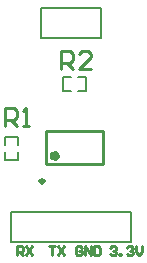
<source format=gto>
G04*
G04 #@! TF.GenerationSoftware,Altium Limited,Altium Designer,19.1.9 (167)*
G04*
G04 Layer_Color=65535*
%FSLAX25Y25*%
%MOIN*%
G70*
G01*
G75*
%ADD10C,0.01575*%
%ADD11C,0.01181*%
%ADD12C,0.00787*%
%ADD13C,0.01000*%
D10*
X361094Y257744D02*
X360550Y258493D01*
X359670Y258207D01*
Y257281D01*
X360550Y256995D01*
X361094Y257744D01*
D11*
X356764Y249083D02*
X356173Y249673D01*
X355583Y249083D01*
X356173Y248492D01*
X356764Y249083D01*
D12*
X343736Y256161D02*
Y258819D01*
Y261181D02*
Y263839D01*
X348264Y256161D02*
Y258819D01*
Y261181D02*
Y263839D01*
X343736Y256161D02*
X348264D01*
X343736Y263839D02*
X348264D01*
X376000Y297000D02*
Y307000D01*
X356000Y297000D02*
X376000D01*
X356000D02*
Y307000D01*
X376000D01*
X363161Y283764D02*
X365819D01*
X368181D02*
X370839D01*
X363161Y279236D02*
X365819D01*
X368181D02*
X370839D01*
X363161D02*
Y283764D01*
X370839Y279236D02*
Y283764D01*
X386000Y229000D02*
Y239000D01*
X346000Y229000D02*
X386000D01*
X346000Y239000D02*
X386000D01*
X346000Y229000D02*
Y239000D01*
D13*
X376449Y254988D02*
Y266012D01*
X357551Y254988D02*
Y266012D01*
X376449D01*
X357551Y254988D02*
X376449D01*
X379000Y226999D02*
X379500Y227499D01*
X380500D01*
X380999Y226999D01*
Y226499D01*
X380500Y225999D01*
X380000D01*
X380500D01*
X380999Y225500D01*
Y225000D01*
X380500Y224500D01*
X379500D01*
X379000Y225000D01*
X381999Y224500D02*
Y225000D01*
X382499D01*
Y224500D01*
X381999D01*
X384498Y226999D02*
X384998Y227499D01*
X385998D01*
X386498Y226999D01*
Y226499D01*
X385998Y225999D01*
X385498D01*
X385998D01*
X386498Y225500D01*
Y225000D01*
X385998Y224500D01*
X384998D01*
X384498Y225000D01*
X387497Y227499D02*
Y225500D01*
X388497Y224500D01*
X389497Y225500D01*
Y227499D01*
X369499Y226999D02*
X369000Y227499D01*
X368000D01*
X367500Y226999D01*
Y225000D01*
X368000Y224500D01*
X369000D01*
X369499Y225000D01*
Y225999D01*
X368500D01*
X370499Y224500D02*
Y227499D01*
X372498Y224500D01*
Y227499D01*
X373498D02*
Y224500D01*
X374998D01*
X375497Y225000D01*
Y226999D01*
X374998Y227499D01*
X373498D01*
X358500D02*
X360499D01*
X359500D01*
Y224500D01*
X361499Y227499D02*
X363498Y224500D01*
Y227499D02*
X361499Y224500D01*
X348000D02*
Y227499D01*
X349500D01*
X349999Y226999D01*
Y225999D01*
X349500Y225500D01*
X348000D01*
X349000D02*
X349999Y224500D01*
X350999Y227499D02*
X352998Y224500D01*
Y227499D02*
X350999Y224500D01*
X362500Y286500D02*
Y292498D01*
X365499D01*
X366499Y291498D01*
Y289499D01*
X365499Y288499D01*
X362500D01*
X364499D02*
X366499Y286500D01*
X372497D02*
X368498D01*
X372497Y290499D01*
Y291498D01*
X371497Y292498D01*
X369498D01*
X368498Y291498D01*
X344000Y267673D02*
Y273671D01*
X346999D01*
X347999Y272672D01*
Y270672D01*
X346999Y269673D01*
X344000D01*
X345999D02*
X347999Y267673D01*
X349998D02*
X351997D01*
X350998D01*
Y273671D01*
X349998Y272672D01*
M02*

</source>
